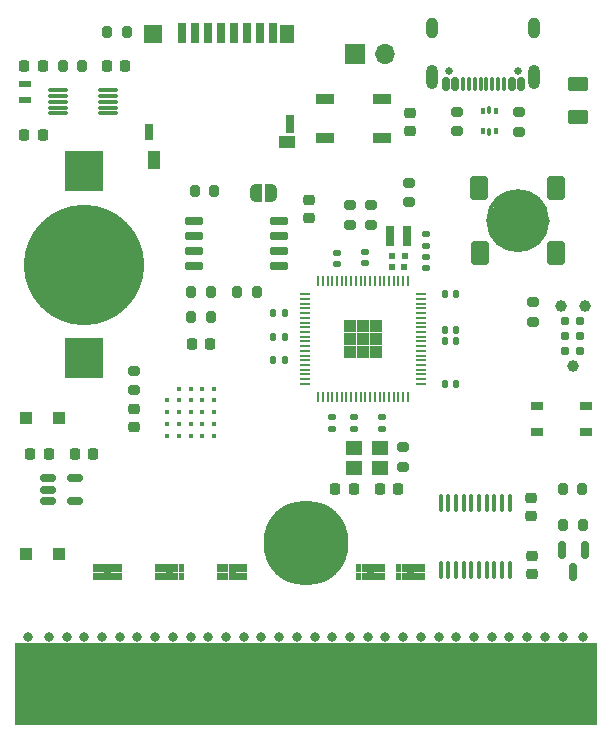
<source format=gts>
G04 #@! TF.GenerationSoftware,KiCad,Pcbnew,9.0.3*
G04 #@! TF.CreationDate,2025-07-16T19:29:37+02:00*
G04 #@! TF.ProjectId,GameboyCartridgeV2.1,47616d65-626f-4794-9361-727472696467,rev?*
G04 #@! TF.SameCoordinates,Original*
G04 #@! TF.FileFunction,Soldermask,Top*
G04 #@! TF.FilePolarity,Negative*
%FSLAX46Y46*%
G04 Gerber Fmt 4.6, Leading zero omitted, Abs format (unit mm)*
G04 Created by KiCad (PCBNEW 9.0.3) date 2025-07-16 19:29:37*
%MOMM*%
%LPD*%
G01*
G04 APERTURE LIST*
G04 Aperture macros list*
%AMRoundRect*
0 Rectangle with rounded corners*
0 $1 Rounding radius*
0 $2 $3 $4 $5 $6 $7 $8 $9 X,Y pos of 4 corners*
0 Add a 4 corners polygon primitive as box body*
4,1,4,$2,$3,$4,$5,$6,$7,$8,$9,$2,$3,0*
0 Add four circle primitives for the rounded corners*
1,1,$1+$1,$2,$3*
1,1,$1+$1,$4,$5*
1,1,$1+$1,$6,$7*
1,1,$1+$1,$8,$9*
0 Add four rect primitives between the rounded corners*
20,1,$1+$1,$2,$3,$4,$5,0*
20,1,$1+$1,$4,$5,$6,$7,0*
20,1,$1+$1,$6,$7,$8,$9,0*
20,1,$1+$1,$8,$9,$2,$3,0*%
%AMFreePoly0*
4,1,23,0.500000,-0.750000,0.000000,-0.750000,0.000000,-0.745722,-0.065263,-0.745722,-0.191342,-0.711940,-0.304381,-0.646677,-0.396677,-0.554381,-0.461940,-0.441342,-0.495722,-0.315263,-0.495722,-0.250000,-0.500000,-0.250000,-0.500000,0.250000,-0.495722,0.250000,-0.495722,0.315263,-0.461940,0.441342,-0.396677,0.554381,-0.304381,0.646677,-0.191342,0.711940,-0.065263,0.745722,0.000000,0.745722,
0.000000,0.750000,0.500000,0.750000,0.500000,-0.750000,0.500000,-0.750000,$1*%
%AMFreePoly1*
4,1,23,0.000000,0.745722,0.065263,0.745722,0.191342,0.711940,0.304381,0.646677,0.396677,0.554381,0.461940,0.441342,0.495722,0.315263,0.495722,0.250000,0.500000,0.250000,0.500000,-0.250000,0.495722,-0.250000,0.495722,-0.315263,0.461940,-0.441342,0.396677,-0.554381,0.304381,-0.646677,0.191342,-0.711940,0.065263,-0.745722,0.000000,-0.745722,0.000000,-0.750000,-0.500000,-0.750000,
-0.500000,0.750000,0.000000,0.750000,0.000000,0.745722,0.000000,0.745722,$1*%
G04 Aperture macros list end*
%ADD10C,0.350000*%
%ADD11C,0.000000*%
%ADD12C,0.010000*%
%ADD13RoundRect,0.140000X0.140000X0.170000X-0.140000X0.170000X-0.140000X-0.170000X0.140000X-0.170000X0*%
%ADD14RoundRect,0.200000X-0.275000X0.200000X-0.275000X-0.200000X0.275000X-0.200000X0.275000X0.200000X0*%
%ADD15RoundRect,0.225000X0.250000X-0.225000X0.250000X0.225000X-0.250000X0.225000X-0.250000X-0.225000X0*%
%ADD16R,1.100000X0.600000*%
%ADD17RoundRect,0.200000X-0.200000X-0.275000X0.200000X-0.275000X0.200000X0.275000X-0.200000X0.275000X0*%
%ADD18RoundRect,0.200000X0.275000X-0.200000X0.275000X0.200000X-0.275000X0.200000X-0.275000X-0.200000X0*%
%ADD19RoundRect,0.135000X-0.185000X0.135000X-0.185000X-0.135000X0.185000X-0.135000X0.185000X0.135000X0*%
%ADD20C,7.200000*%
%ADD21R,1.050000X0.650000*%
%ADD22RoundRect,0.150000X-0.512500X-0.150000X0.512500X-0.150000X0.512500X0.150000X-0.512500X0.150000X0*%
%ADD23RoundRect,0.140000X-0.140000X-0.170000X0.140000X-0.170000X0.140000X0.170000X-0.140000X0.170000X0*%
%ADD24RoundRect,0.200000X0.200000X0.275000X-0.200000X0.275000X-0.200000X-0.275000X0.200000X-0.275000X0*%
%ADD25C,0.990600*%
%ADD26C,0.787400*%
%ADD27C,0.410000*%
%ADD28R,0.700000X1.700000*%
%ADD29RoundRect,0.225000X-0.250000X0.225000X-0.250000X-0.225000X0.250000X-0.225000X0.250000X0.225000X0*%
%ADD30R,0.470000X0.530000*%
%ADD31RoundRect,0.140000X0.170000X-0.140000X0.170000X0.140000X-0.170000X0.140000X-0.170000X-0.140000X0*%
%ADD32RoundRect,0.225000X-0.225000X-0.250000X0.225000X-0.250000X0.225000X0.250000X-0.225000X0.250000X0*%
%ADD33RoundRect,0.140000X-0.170000X0.140000X-0.170000X-0.140000X0.170000X-0.140000X0.170000X0.140000X0*%
%ADD34RoundRect,0.250000X-0.500000X-0.750000X0.500000X-0.750000X0.500000X0.750000X-0.500000X0.750000X0*%
%ADD35RoundRect,0.250000X0.300000X0.300000X-0.300000X0.300000X-0.300000X-0.300000X0.300000X-0.300000X0*%
%ADD36RoundRect,0.093750X0.093750X-0.156250X0.093750X0.156250X-0.093750X0.156250X-0.093750X-0.156250X0*%
%ADD37RoundRect,0.075000X0.075000X-0.250000X0.075000X0.250000X-0.075000X0.250000X-0.075000X-0.250000X0*%
%ADD38RoundRect,0.250000X0.625000X-0.375000X0.625000X0.375000X-0.625000X0.375000X-0.625000X-0.375000X0*%
%ADD39RoundRect,0.225000X0.225000X0.250000X-0.225000X0.250000X-0.225000X-0.250000X0.225000X-0.250000X0*%
%ADD40RoundRect,0.150000X-0.150000X0.587500X-0.150000X-0.587500X0.150000X-0.587500X0.150000X0.587500X0*%
%ADD41R,0.700000X1.750000*%
%ADD42R,1.450000X1.000000*%
%ADD43R,1.000000X1.550000*%
%ADD44R,0.800000X1.500000*%
%ADD45R,1.300000X1.500000*%
%ADD46R,1.500000X1.500000*%
%ADD47R,0.800000X1.400000*%
%ADD48FreePoly0,0.000000*%
%ADD49FreePoly1,0.000000*%
%ADD50R,1.500000X0.900000*%
%ADD51RoundRect,0.100000X-0.100000X0.637500X-0.100000X-0.637500X0.100000X-0.637500X0.100000X0.637500X0*%
%ADD52R,1.400000X1.200000*%
%ADD53R,1.700000X1.700000*%
%ADD54O,1.700000X1.700000*%
%ADD55R,3.300000X3.500000*%
%ADD56C,10.200000*%
%ADD57RoundRect,0.150000X-0.650000X-0.150000X0.650000X-0.150000X0.650000X0.150000X-0.650000X0.150000X0*%
%ADD58C,0.650000*%
%ADD59RoundRect,0.150000X0.150000X0.425000X-0.150000X0.425000X-0.150000X-0.425000X0.150000X-0.425000X0*%
%ADD60RoundRect,0.075000X0.075000X0.500000X-0.075000X0.500000X-0.075000X-0.500000X0.075000X-0.500000X0*%
%ADD61O,1.000000X2.100000*%
%ADD62O,1.000000X1.800000*%
%ADD63C,0.800000*%
%ADD64RoundRect,0.087500X-0.725000X-0.087500X0.725000X-0.087500X0.725000X0.087500X-0.725000X0.087500X0*%
%ADD65RoundRect,0.055000X0.335000X-0.055000X0.335000X0.055000X-0.335000X0.055000X-0.335000X-0.055000X0*%
%ADD66RoundRect,0.055000X-0.055000X-0.335000X0.055000X-0.335000X0.055000X0.335000X-0.055000X0.335000X0*%
%ADD67C,0.600000*%
%ADD68R,1.133333X1.133333*%
G04 APERTURE END LIST*
D10*
X155901954Y-79376218D02*
X155901954Y-82176218D01*
X156501954Y-82676218D02*
X156501954Y-78876218D01*
X157101954Y-82976218D02*
X157101954Y-78476218D01*
X157701954Y-83176218D02*
X157701954Y-78276218D01*
X158301954Y-82976218D02*
X158301954Y-78476218D01*
X158901954Y-78876218D02*
X158901954Y-82676218D01*
X159501954Y-79376218D02*
X159501954Y-82176218D01*
X160201954Y-80776218D02*
G75*
G02*
X155201954Y-80776218I-2500000J0D01*
G01*
X155201954Y-80776218D02*
G75*
G02*
X160201954Y-80776218I2500000J0D01*
G01*
D11*
G36*
X159585230Y-78892942D02*
G01*
X160392348Y-80776218D01*
X159585230Y-82659494D01*
X157709735Y-83463278D01*
X156077847Y-82919315D01*
X155003544Y-80770711D01*
X156076300Y-78893389D01*
X157696288Y-78083395D01*
X159585230Y-78892942D01*
G37*
D12*
X147775000Y-110430000D02*
X147375000Y-110430000D01*
X147375000Y-109850000D01*
X147775000Y-109850000D01*
X147775000Y-110430000D01*
G36*
X147775000Y-110430000D02*
G01*
X147375000Y-110430000D01*
X147375000Y-109850000D01*
X147775000Y-109850000D01*
X147775000Y-110430000D01*
G37*
X147775000Y-111150000D02*
X147375000Y-111150000D01*
X147375000Y-110570000D01*
X147775000Y-110570000D01*
X147775000Y-111150000D01*
G36*
X147775000Y-111150000D02*
G01*
X147375000Y-111150000D01*
X147375000Y-110570000D01*
X147775000Y-110570000D01*
X147775000Y-111150000D01*
G37*
X148225000Y-110430000D02*
X147875000Y-110430000D01*
X147875000Y-109850000D01*
X148225000Y-109850000D01*
X148225000Y-110430000D01*
G36*
X148225000Y-110430000D02*
G01*
X147875000Y-110430000D01*
X147875000Y-109850000D01*
X148225000Y-109850000D01*
X148225000Y-110430000D01*
G37*
X148225000Y-111150000D02*
X147875000Y-111150000D01*
X147875000Y-110570000D01*
X148225000Y-110570000D01*
X148225000Y-111150000D01*
G36*
X148225000Y-111150000D02*
G01*
X147875000Y-111150000D01*
X147875000Y-110570000D01*
X148225000Y-110570000D01*
X148225000Y-111150000D01*
G37*
X148825000Y-111150000D02*
X148325000Y-111150000D01*
X148325000Y-109850000D01*
X148825000Y-109850000D01*
X148825000Y-111150000D01*
G36*
X148825000Y-111150000D02*
G01*
X148325000Y-111150000D01*
X148325000Y-109850000D01*
X148825000Y-109850000D01*
X148825000Y-111150000D01*
G37*
X149275000Y-110430000D02*
X148925000Y-110430000D01*
X148925000Y-109850000D01*
X149275000Y-109850000D01*
X149275000Y-110430000D01*
G36*
X149275000Y-110430000D02*
G01*
X148925000Y-110430000D01*
X148925000Y-109850000D01*
X149275000Y-109850000D01*
X149275000Y-110430000D01*
G37*
X149275000Y-111150000D02*
X148925000Y-111150000D01*
X148925000Y-110570000D01*
X149275000Y-110570000D01*
X149275000Y-111150000D01*
G36*
X149275000Y-111150000D02*
G01*
X148925000Y-111150000D01*
X148925000Y-110570000D01*
X149275000Y-110570000D01*
X149275000Y-111150000D01*
G37*
X149775000Y-110430000D02*
X149375000Y-110430000D01*
X149375000Y-109850000D01*
X149775000Y-109850000D01*
X149775000Y-110430000D01*
G36*
X149775000Y-110430000D02*
G01*
X149375000Y-110430000D01*
X149375000Y-109850000D01*
X149775000Y-109850000D01*
X149775000Y-110430000D01*
G37*
X149775000Y-111150000D02*
X149375000Y-111150000D01*
X149375000Y-110570000D01*
X149775000Y-110570000D01*
X149775000Y-111150000D01*
G36*
X149775000Y-111150000D02*
G01*
X149375000Y-111150000D01*
X149375000Y-110570000D01*
X149775000Y-110570000D01*
X149775000Y-111150000D01*
G37*
D11*
G36*
X164400000Y-123500000D02*
G01*
X115100000Y-123500000D01*
X115100000Y-116500000D01*
X164400000Y-116500000D01*
X164400000Y-123500000D01*
G37*
D12*
X127387500Y-110430000D02*
X126987500Y-110430000D01*
X126987500Y-109850000D01*
X127387500Y-109850000D01*
X127387500Y-110430000D01*
G36*
X127387500Y-110430000D02*
G01*
X126987500Y-110430000D01*
X126987500Y-109850000D01*
X127387500Y-109850000D01*
X127387500Y-110430000D01*
G37*
X127387500Y-111150000D02*
X126987500Y-111150000D01*
X126987500Y-110570000D01*
X127387500Y-110570000D01*
X127387500Y-111150000D01*
G36*
X127387500Y-111150000D02*
G01*
X126987500Y-111150000D01*
X126987500Y-110570000D01*
X127387500Y-110570000D01*
X127387500Y-111150000D01*
G37*
X127837500Y-110430000D02*
X127487500Y-110430000D01*
X127487500Y-109850000D01*
X127837500Y-109850000D01*
X127837500Y-110430000D01*
G36*
X127837500Y-110430000D02*
G01*
X127487500Y-110430000D01*
X127487500Y-109850000D01*
X127837500Y-109850000D01*
X127837500Y-110430000D01*
G37*
X127837500Y-111150000D02*
X127487500Y-111150000D01*
X127487500Y-110570000D01*
X127837500Y-110570000D01*
X127837500Y-111150000D01*
G36*
X127837500Y-111150000D02*
G01*
X127487500Y-111150000D01*
X127487500Y-110570000D01*
X127837500Y-110570000D01*
X127837500Y-111150000D01*
G37*
X128437500Y-111150000D02*
X127937500Y-111150000D01*
X127937500Y-109850000D01*
X128437500Y-109850000D01*
X128437500Y-111150000D01*
G36*
X128437500Y-111150000D02*
G01*
X127937500Y-111150000D01*
X127937500Y-109850000D01*
X128437500Y-109850000D01*
X128437500Y-111150000D01*
G37*
X128887500Y-110430000D02*
X128537500Y-110430000D01*
X128537500Y-109850000D01*
X128887500Y-109850000D01*
X128887500Y-110430000D01*
G36*
X128887500Y-110430000D02*
G01*
X128537500Y-110430000D01*
X128537500Y-109850000D01*
X128887500Y-109850000D01*
X128887500Y-110430000D01*
G37*
X128887500Y-111150000D02*
X128537500Y-111150000D01*
X128537500Y-110570000D01*
X128887500Y-110570000D01*
X128887500Y-111150000D01*
G36*
X128887500Y-111150000D02*
G01*
X128537500Y-111150000D01*
X128537500Y-110570000D01*
X128887500Y-110570000D01*
X128887500Y-111150000D01*
G37*
X129387500Y-110430000D02*
X128987500Y-110430000D01*
X128987500Y-109850000D01*
X129387500Y-109850000D01*
X129387500Y-110430000D01*
G36*
X129387500Y-110430000D02*
G01*
X128987500Y-110430000D01*
X128987500Y-109850000D01*
X129387500Y-109850000D01*
X129387500Y-110430000D01*
G37*
X129387500Y-111150000D02*
X128987500Y-111150000D01*
X128987500Y-110570000D01*
X129387500Y-110570000D01*
X129387500Y-111150000D01*
G36*
X129387500Y-111150000D02*
G01*
X128987500Y-111150000D01*
X128987500Y-110570000D01*
X129387500Y-110570000D01*
X129387500Y-111150000D01*
G37*
X132675000Y-110430000D02*
X132275000Y-110430000D01*
X132275000Y-109850000D01*
X132675000Y-109850000D01*
X132675000Y-110430000D01*
G36*
X132675000Y-110430000D02*
G01*
X132275000Y-110430000D01*
X132275000Y-109850000D01*
X132675000Y-109850000D01*
X132675000Y-110430000D01*
G37*
X132675000Y-111150000D02*
X132275000Y-111150000D01*
X132275000Y-110570000D01*
X132675000Y-110570000D01*
X132675000Y-111150000D01*
G36*
X132675000Y-111150000D02*
G01*
X132275000Y-111150000D01*
X132275000Y-110570000D01*
X132675000Y-110570000D01*
X132675000Y-111150000D01*
G37*
X133125000Y-110430000D02*
X132775000Y-110430000D01*
X132775000Y-109850000D01*
X133125000Y-109850000D01*
X133125000Y-110430000D01*
G36*
X133125000Y-110430000D02*
G01*
X132775000Y-110430000D01*
X132775000Y-109850000D01*
X133125000Y-109850000D01*
X133125000Y-110430000D01*
G37*
X133125000Y-111150000D02*
X132775000Y-111150000D01*
X132775000Y-110570000D01*
X133125000Y-110570000D01*
X133125000Y-111150000D01*
G36*
X133125000Y-111150000D02*
G01*
X132775000Y-111150000D01*
X132775000Y-110570000D01*
X133125000Y-110570000D01*
X133125000Y-111150000D01*
G37*
X133725000Y-111150000D02*
X133225000Y-111150000D01*
X133225000Y-109850000D01*
X133725000Y-109850000D01*
X133725000Y-111150000D01*
G36*
X133725000Y-111150000D02*
G01*
X133225000Y-111150000D01*
X133225000Y-109850000D01*
X133725000Y-109850000D01*
X133725000Y-111150000D01*
G37*
X134175000Y-110430000D02*
X133825000Y-110430000D01*
X133825000Y-109850000D01*
X134175000Y-109850000D01*
X134175000Y-110430000D01*
G36*
X134175000Y-110430000D02*
G01*
X133825000Y-110430000D01*
X133825000Y-109850000D01*
X134175000Y-109850000D01*
X134175000Y-110430000D01*
G37*
X134175000Y-111150000D02*
X133825000Y-111150000D01*
X133825000Y-110570000D01*
X134175000Y-110570000D01*
X134175000Y-111150000D01*
G36*
X134175000Y-111150000D02*
G01*
X133825000Y-111150000D01*
X133825000Y-110570000D01*
X134175000Y-110570000D01*
X134175000Y-111150000D01*
G37*
X134675000Y-110430000D02*
X134275000Y-110430000D01*
X134275000Y-109850000D01*
X134675000Y-109850000D01*
X134675000Y-110430000D01*
G36*
X134675000Y-110430000D02*
G01*
X134275000Y-110430000D01*
X134275000Y-109850000D01*
X134675000Y-109850000D01*
X134675000Y-110430000D01*
G37*
X134675000Y-111150000D02*
X134275000Y-111150000D01*
X134275000Y-110570000D01*
X134675000Y-110570000D01*
X134675000Y-111150000D01*
G36*
X134675000Y-111150000D02*
G01*
X134275000Y-111150000D01*
X134275000Y-110570000D01*
X134675000Y-110570000D01*
X134675000Y-111150000D01*
G37*
X122100000Y-110430000D02*
X121700000Y-110430000D01*
X121700000Y-109850000D01*
X122100000Y-109850000D01*
X122100000Y-110430000D01*
G36*
X122100000Y-110430000D02*
G01*
X121700000Y-110430000D01*
X121700000Y-109850000D01*
X122100000Y-109850000D01*
X122100000Y-110430000D01*
G37*
X122100000Y-111150000D02*
X121700000Y-111150000D01*
X121700000Y-110570000D01*
X122100000Y-110570000D01*
X122100000Y-111150000D01*
G36*
X122100000Y-111150000D02*
G01*
X121700000Y-111150000D01*
X121700000Y-110570000D01*
X122100000Y-110570000D01*
X122100000Y-111150000D01*
G37*
X122550000Y-110430000D02*
X122200000Y-110430000D01*
X122200000Y-109850000D01*
X122550000Y-109850000D01*
X122550000Y-110430000D01*
G36*
X122550000Y-110430000D02*
G01*
X122200000Y-110430000D01*
X122200000Y-109850000D01*
X122550000Y-109850000D01*
X122550000Y-110430000D01*
G37*
X122550000Y-111150000D02*
X122200000Y-111150000D01*
X122200000Y-110570000D01*
X122550000Y-110570000D01*
X122550000Y-111150000D01*
G36*
X122550000Y-111150000D02*
G01*
X122200000Y-111150000D01*
X122200000Y-110570000D01*
X122550000Y-110570000D01*
X122550000Y-111150000D01*
G37*
X123150000Y-111150000D02*
X122650000Y-111150000D01*
X122650000Y-109850000D01*
X123150000Y-109850000D01*
X123150000Y-111150000D01*
G36*
X123150000Y-111150000D02*
G01*
X122650000Y-111150000D01*
X122650000Y-109850000D01*
X123150000Y-109850000D01*
X123150000Y-111150000D01*
G37*
X123600000Y-110430000D02*
X123250000Y-110430000D01*
X123250000Y-109850000D01*
X123600000Y-109850000D01*
X123600000Y-110430000D01*
G36*
X123600000Y-110430000D02*
G01*
X123250000Y-110430000D01*
X123250000Y-109850000D01*
X123600000Y-109850000D01*
X123600000Y-110430000D01*
G37*
X123600000Y-111150000D02*
X123250000Y-111150000D01*
X123250000Y-110570000D01*
X123600000Y-110570000D01*
X123600000Y-111150000D01*
G36*
X123600000Y-111150000D02*
G01*
X123250000Y-111150000D01*
X123250000Y-110570000D01*
X123600000Y-110570000D01*
X123600000Y-111150000D01*
G37*
X124100000Y-110430000D02*
X123700000Y-110430000D01*
X123700000Y-109850000D01*
X124100000Y-109850000D01*
X124100000Y-110430000D01*
G36*
X124100000Y-110430000D02*
G01*
X123700000Y-110430000D01*
X123700000Y-109850000D01*
X124100000Y-109850000D01*
X124100000Y-110430000D01*
G37*
X124100000Y-111150000D02*
X123700000Y-111150000D01*
X123700000Y-110570000D01*
X124100000Y-110570000D01*
X124100000Y-111150000D01*
G36*
X124100000Y-111150000D02*
G01*
X123700000Y-111150000D01*
X123700000Y-110570000D01*
X124100000Y-110570000D01*
X124100000Y-111150000D01*
G37*
X144375000Y-110430000D02*
X143975000Y-110430000D01*
X143975000Y-109850000D01*
X144375000Y-109850000D01*
X144375000Y-110430000D01*
G36*
X144375000Y-110430000D02*
G01*
X143975000Y-110430000D01*
X143975000Y-109850000D01*
X144375000Y-109850000D01*
X144375000Y-110430000D01*
G37*
X144375000Y-111150000D02*
X143975000Y-111150000D01*
X143975000Y-110570000D01*
X144375000Y-110570000D01*
X144375000Y-111150000D01*
G36*
X144375000Y-111150000D02*
G01*
X143975000Y-111150000D01*
X143975000Y-110570000D01*
X144375000Y-110570000D01*
X144375000Y-111150000D01*
G37*
X144825000Y-110430000D02*
X144475000Y-110430000D01*
X144475000Y-109850000D01*
X144825000Y-109850000D01*
X144825000Y-110430000D01*
G36*
X144825000Y-110430000D02*
G01*
X144475000Y-110430000D01*
X144475000Y-109850000D01*
X144825000Y-109850000D01*
X144825000Y-110430000D01*
G37*
X144825000Y-111150000D02*
X144475000Y-111150000D01*
X144475000Y-110570000D01*
X144825000Y-110570000D01*
X144825000Y-111150000D01*
G36*
X144825000Y-111150000D02*
G01*
X144475000Y-111150000D01*
X144475000Y-110570000D01*
X144825000Y-110570000D01*
X144825000Y-111150000D01*
G37*
X145425000Y-111150000D02*
X144925000Y-111150000D01*
X144925000Y-109850000D01*
X145425000Y-109850000D01*
X145425000Y-111150000D01*
G36*
X145425000Y-111150000D02*
G01*
X144925000Y-111150000D01*
X144925000Y-109850000D01*
X145425000Y-109850000D01*
X145425000Y-111150000D01*
G37*
X145875000Y-110430000D02*
X145525000Y-110430000D01*
X145525000Y-109850000D01*
X145875000Y-109850000D01*
X145875000Y-110430000D01*
G36*
X145875000Y-110430000D02*
G01*
X145525000Y-110430000D01*
X145525000Y-109850000D01*
X145875000Y-109850000D01*
X145875000Y-110430000D01*
G37*
X145875000Y-111150000D02*
X145525000Y-111150000D01*
X145525000Y-110570000D01*
X145875000Y-110570000D01*
X145875000Y-111150000D01*
G36*
X145875000Y-111150000D02*
G01*
X145525000Y-111150000D01*
X145525000Y-110570000D01*
X145875000Y-110570000D01*
X145875000Y-111150000D01*
G37*
X146375000Y-110430000D02*
X145975000Y-110430000D01*
X145975000Y-109850000D01*
X146375000Y-109850000D01*
X146375000Y-110430000D01*
G36*
X146375000Y-110430000D02*
G01*
X145975000Y-110430000D01*
X145975000Y-109850000D01*
X146375000Y-109850000D01*
X146375000Y-110430000D01*
G37*
X146375000Y-111150000D02*
X145975000Y-111150000D01*
X145975000Y-110570000D01*
X146375000Y-110570000D01*
X146375000Y-111150000D01*
G36*
X146375000Y-111150000D02*
G01*
X145975000Y-111150000D01*
X145975000Y-110570000D01*
X146375000Y-110570000D01*
X146375000Y-111150000D01*
G37*
D13*
X137980000Y-90600000D03*
X137020000Y-90600000D03*
D14*
X157810000Y-71615000D03*
X157810000Y-73265000D03*
D15*
X158900000Y-110675000D03*
X158900000Y-109125000D03*
D16*
X116000000Y-69200000D03*
X116000000Y-70600000D03*
D17*
X161555000Y-106530000D03*
X163205000Y-106530000D03*
D18*
X143500000Y-81125000D03*
X143500000Y-79475000D03*
D19*
X149900000Y-81890000D03*
X149900000Y-82910000D03*
D20*
X139753038Y-108075958D03*
D21*
X159350000Y-96500000D03*
X163500000Y-96500000D03*
X159350000Y-98650000D03*
X163500000Y-98650000D03*
D22*
X117962500Y-102600000D03*
X117962500Y-103550000D03*
X117962500Y-104500000D03*
X120237500Y-104500000D03*
X120237500Y-102600000D03*
D23*
X151520000Y-87000000D03*
X152480000Y-87000000D03*
D24*
X135625000Y-86800000D03*
X133975000Y-86800000D03*
D25*
X162365000Y-93040000D03*
X161349000Y-87960000D03*
X163381000Y-87960000D03*
D26*
X163000000Y-91770000D03*
X161730000Y-91770000D03*
X163000000Y-90500000D03*
X161730000Y-90500000D03*
X163000000Y-89230000D03*
X161730000Y-89230000D03*
D23*
X151520000Y-94600000D03*
X152480000Y-94600000D03*
D27*
X129000000Y-95000000D03*
X130000000Y-95000000D03*
X131000000Y-95000000D03*
X132000000Y-95000000D03*
X128000000Y-96000000D03*
X129000000Y-96000000D03*
X130000000Y-96000000D03*
X131000000Y-96000000D03*
X132000000Y-96000000D03*
X128000000Y-97000000D03*
X129000000Y-97000000D03*
X130000000Y-97000000D03*
X131000000Y-97000000D03*
X132000000Y-97000000D03*
X128000000Y-98000000D03*
X129000000Y-98000000D03*
X130000000Y-98000000D03*
X131000000Y-98000000D03*
X132000000Y-98000000D03*
X128000000Y-99000000D03*
X129000000Y-99000000D03*
X130000000Y-99000000D03*
X131000000Y-99000000D03*
X132000000Y-99000000D03*
D28*
X146900000Y-82108211D03*
X148300000Y-82108211D03*
D29*
X125200000Y-96725000D03*
X125200000Y-98275000D03*
D18*
X145300000Y-81125000D03*
X145300000Y-79475000D03*
D14*
X125200000Y-93475000D03*
X125200000Y-95125000D03*
D23*
X151520000Y-90000000D03*
X152480000Y-90000000D03*
D30*
X147080598Y-84730388D03*
X148110598Y-84730388D03*
D31*
X142400000Y-84460000D03*
X142400000Y-83500000D03*
D32*
X146025000Y-103500000D03*
X147575000Y-103500000D03*
D33*
X143800000Y-97420000D03*
X143800000Y-98380000D03*
X149900000Y-83820000D03*
X149900000Y-84780000D03*
D24*
X131725000Y-86800000D03*
X130075000Y-86800000D03*
D32*
X142250000Y-103500000D03*
X143800000Y-103500000D03*
X115925000Y-67700000D03*
X117475000Y-67700000D03*
D34*
X154451954Y-78026218D03*
X160951954Y-78026218D03*
X154495638Y-83523065D03*
X160951954Y-83526218D03*
D35*
X118900000Y-109000000D03*
X116100000Y-109000000D03*
D29*
X158800000Y-104225000D03*
X158800000Y-105775000D03*
D31*
X144800000Y-84380000D03*
X144800000Y-83420000D03*
D29*
X148550000Y-71625000D03*
X148550000Y-73175000D03*
D36*
X154762500Y-73160000D03*
D37*
X155300000Y-73235000D03*
D36*
X155837500Y-73160000D03*
X155837500Y-71460000D03*
D37*
X155300000Y-71385000D03*
D36*
X154762500Y-71460000D03*
D14*
X148000000Y-99975000D03*
X148000000Y-101625000D03*
D38*
X162790000Y-71990000D03*
X162790000Y-69190000D03*
D32*
X130125000Y-91212500D03*
X131675000Y-91212500D03*
D39*
X117475000Y-73500000D03*
X115925000Y-73500000D03*
D40*
X163362500Y-108642500D03*
X161462500Y-108642500D03*
X162412500Y-110517500D03*
D18*
X159000000Y-89325000D03*
X159000000Y-87675000D03*
D24*
X131725000Y-88900000D03*
X130075000Y-88900000D03*
D41*
X129305000Y-64875000D03*
X130405000Y-64875000D03*
X131505000Y-64875000D03*
X132605000Y-64875000D03*
X133705000Y-64875000D03*
X134805000Y-64875000D03*
X135905000Y-64875000D03*
X137005000Y-64875000D03*
D42*
X138130000Y-74100000D03*
D43*
X126905000Y-75675000D03*
D44*
X138455000Y-72600000D03*
D45*
X138205000Y-65000000D03*
D46*
X126855000Y-65000000D03*
D47*
X126505000Y-73250000D03*
D48*
X135550000Y-78400000D03*
D49*
X136850000Y-78400000D03*
D50*
X146250000Y-73750000D03*
X146250000Y-70450000D03*
X141350000Y-70450000D03*
X141350000Y-73750000D03*
D24*
X132025000Y-78300000D03*
X130375000Y-78300000D03*
D51*
X157025000Y-104637500D03*
X156375000Y-104637500D03*
X155725000Y-104637500D03*
X155075000Y-104637500D03*
X154425000Y-104637500D03*
X153775000Y-104637500D03*
X153125000Y-104637500D03*
X152475000Y-104637500D03*
X151825000Y-104637500D03*
X151175000Y-104637500D03*
X151175000Y-110362500D03*
X151825000Y-110362500D03*
X152475000Y-110362500D03*
X153125000Y-110362500D03*
X153775000Y-110362500D03*
X154425000Y-110362500D03*
X155075000Y-110362500D03*
X155725000Y-110362500D03*
X156375000Y-110362500D03*
X157025000Y-110362500D03*
D52*
X146000000Y-100000000D03*
X143800000Y-100000000D03*
X143800000Y-101700000D03*
X146000000Y-101700000D03*
D17*
X119175000Y-67700000D03*
X120825000Y-67700000D03*
D23*
X151520000Y-91000000D03*
X152480000Y-91000000D03*
D39*
X124475000Y-67700000D03*
X122925000Y-67700000D03*
D14*
X152580000Y-71545000D03*
X152580000Y-73195000D03*
D53*
X143900000Y-66700000D03*
D54*
X146440000Y-66700000D03*
D13*
X137980000Y-92600000D03*
X137020000Y-92600000D03*
D33*
X142000000Y-97420000D03*
X142000000Y-98380000D03*
D24*
X124585000Y-64800000D03*
X122935000Y-64800000D03*
D55*
X121000000Y-76600000D03*
X121000000Y-92400000D03*
D56*
X121000000Y-84500000D03*
D17*
X161515000Y-103520000D03*
X163165000Y-103520000D03*
D57*
X130300000Y-80795000D03*
X130300000Y-82065000D03*
X130300000Y-83335000D03*
X130300000Y-84605000D03*
X137500000Y-84605000D03*
X137500000Y-83335000D03*
X137500000Y-82065000D03*
X137500000Y-80795000D03*
D58*
X157690000Y-68115000D03*
X151910000Y-68115000D03*
D59*
X158000000Y-69190000D03*
X157200000Y-69190000D03*
D60*
X156050000Y-69190000D03*
X155050000Y-69190000D03*
X154550000Y-69190000D03*
X153550000Y-69190000D03*
D59*
X152400000Y-69190000D03*
X151600000Y-69190000D03*
X151600000Y-69190000D03*
X152400000Y-69190000D03*
D60*
X153050000Y-69190000D03*
X154050000Y-69190000D03*
X155550000Y-69190000D03*
X156550000Y-69190000D03*
D59*
X157200000Y-69190000D03*
X158000000Y-69190000D03*
D61*
X159120000Y-68615000D03*
D62*
X159120000Y-64435000D03*
D61*
X150480000Y-68615000D03*
D62*
X150480000Y-64435000D03*
D13*
X137980000Y-88600000D03*
X137020000Y-88600000D03*
D32*
X116425000Y-100500000D03*
X117975000Y-100500000D03*
D63*
X116250000Y-116000000D03*
X118000000Y-116000000D03*
X119500000Y-116000000D03*
X121000000Y-116000000D03*
X122500000Y-116000000D03*
X124000000Y-116000000D03*
X125500000Y-116000000D03*
X127000000Y-116000000D03*
X128500000Y-116000000D03*
X130000000Y-116000000D03*
X131500000Y-116000000D03*
X133000000Y-116000000D03*
X134500000Y-116000000D03*
X136000000Y-116000000D03*
X137500000Y-116000000D03*
X139000000Y-116000000D03*
X140500000Y-116000000D03*
X142000000Y-116000000D03*
X143500000Y-116000000D03*
X145000000Y-116000000D03*
X146500000Y-116000000D03*
X148000000Y-116000000D03*
X149500000Y-116000000D03*
X151000000Y-116000000D03*
X152500000Y-116000000D03*
X154000000Y-116000000D03*
X155500000Y-116000000D03*
X157000000Y-116000000D03*
X158500000Y-116000000D03*
X160000000Y-116000000D03*
X161500000Y-116000000D03*
X163250000Y-116000000D03*
D35*
X118900000Y-97500000D03*
X116100000Y-97500000D03*
D33*
X146200000Y-97420000D03*
X146200000Y-98380000D03*
D18*
X148500000Y-79225000D03*
X148500000Y-77575000D03*
D30*
X147085257Y-83760167D03*
X148115257Y-83760167D03*
D64*
X118787500Y-69700000D03*
X118787500Y-70200000D03*
X118787500Y-70700000D03*
X118787500Y-71200000D03*
X118787500Y-71700000D03*
X123012500Y-71700000D03*
X123012500Y-71200000D03*
X123012500Y-70700000D03*
X123012500Y-70200000D03*
X123012500Y-69700000D03*
D39*
X121775000Y-100550000D03*
X120225000Y-100550000D03*
D29*
X140000000Y-79025000D03*
X140000000Y-80575000D03*
D65*
X139707000Y-87000000D03*
X139707000Y-87400000D03*
X139707000Y-87800000D03*
X139707000Y-88200000D03*
X139707000Y-88600000D03*
X139707000Y-89000000D03*
X139707000Y-89400000D03*
X139707000Y-89800000D03*
X139707000Y-90200000D03*
X139707000Y-90600000D03*
X139707000Y-91000000D03*
X139707000Y-91400000D03*
X139707000Y-91800000D03*
X139707000Y-92200000D03*
X139707000Y-92600000D03*
X139707000Y-93000000D03*
X139707000Y-93400000D03*
X139707000Y-93800000D03*
X139707000Y-94200000D03*
X139707000Y-94600000D03*
D66*
X140803500Y-95696500D03*
X141203500Y-95696500D03*
X141603500Y-95696500D03*
X142003500Y-95696500D03*
X142403500Y-95696500D03*
X142803500Y-95696500D03*
X143203500Y-95696500D03*
X143603500Y-95696500D03*
X144003500Y-95696500D03*
X144403500Y-95696500D03*
X144803500Y-95696500D03*
X145203500Y-95696500D03*
X145603500Y-95696500D03*
X146003500Y-95696500D03*
X146403500Y-95696500D03*
X146803500Y-95696500D03*
X147203500Y-95696500D03*
X147603500Y-95696500D03*
X148003500Y-95696500D03*
X148403500Y-95696500D03*
D65*
X149500000Y-94600000D03*
X149500000Y-94200000D03*
X149500000Y-93800000D03*
X149500000Y-93400000D03*
X149500000Y-93000000D03*
X149500000Y-92600000D03*
X149500000Y-92200000D03*
X149500000Y-91800000D03*
X149500000Y-91400000D03*
X149500000Y-91000000D03*
X149500000Y-90600000D03*
X149500000Y-90200000D03*
X149500000Y-89800000D03*
X149500000Y-89400000D03*
X149500000Y-89000000D03*
X149500000Y-88600000D03*
X149500000Y-88200000D03*
X149500000Y-87800000D03*
X149500000Y-87400000D03*
X149500000Y-87000000D03*
D66*
X148403500Y-85903500D03*
X148003500Y-85903500D03*
X147603500Y-85903500D03*
X147203500Y-85903500D03*
X146803500Y-85903500D03*
X146403500Y-85903500D03*
X146003500Y-85903500D03*
X145603500Y-85903500D03*
X145203500Y-85903500D03*
X144803500Y-85903500D03*
X144403500Y-85903500D03*
X144003500Y-85903500D03*
X143603500Y-85903500D03*
X143203500Y-85903500D03*
X142803500Y-85903500D03*
X142403500Y-85903500D03*
X142003500Y-85903500D03*
X141603500Y-85903500D03*
X141203500Y-85903500D03*
X140803500Y-85903500D03*
D67*
X143470167Y-89666667D03*
D68*
X143470167Y-89666667D03*
D67*
X143470167Y-90800000D03*
D68*
X143470167Y-90800000D03*
D67*
X143470167Y-91933333D03*
D68*
X143470167Y-91933333D03*
D67*
X144603500Y-89666667D03*
D68*
X144603500Y-89666667D03*
D67*
X144603500Y-90800000D03*
D68*
X144603500Y-90800000D03*
D67*
X144603500Y-91933333D03*
D68*
X144603500Y-91933333D03*
D67*
X145736833Y-89666667D03*
D68*
X145736833Y-89666667D03*
D67*
X145736833Y-90800000D03*
D68*
X145736833Y-90800000D03*
D67*
X145736833Y-91933333D03*
D68*
X145736833Y-91933333D03*
M02*

</source>
